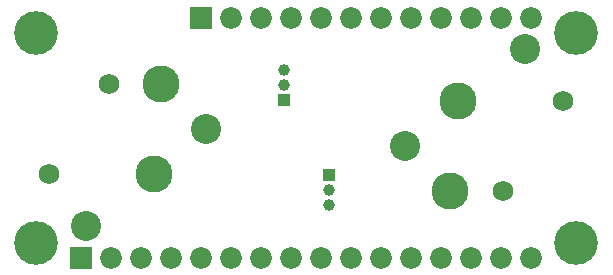
<source format=gbr>
G04 #@! TF.FileFunction,Soldermask,Top*
%FSLAX46Y46*%
G04 Gerber Fmt 4.6, Leading zero omitted, Abs format (unit mm)*
G04 Created by KiCad (PCBNEW 4.0.7) date Wed Jun 13 11:36:42 2018*
%MOMM*%
%LPD*%
G01*
G04 APERTURE LIST*
%ADD10C,0.100000*%
%ADD11R,1.840000X1.840000*%
%ADD12O,1.840000X1.840000*%
%ADD13R,0.990000X0.990000*%
%ADD14C,0.990000*%
%ADD15C,3.696000*%
%ADD16C,1.740000*%
%ADD17C,3.140000*%
%ADD18C,2.540000*%
G04 APERTURE END LIST*
D10*
D11*
X6350000Y1270000D03*
D12*
X8890000Y1270000D03*
X11430000Y1270000D03*
X13970000Y1270000D03*
X16510000Y1270000D03*
X19050000Y1270000D03*
X21590000Y1270000D03*
X24130000Y1270000D03*
X26670000Y1270000D03*
X29210000Y1270000D03*
X31750000Y1270000D03*
X34290000Y1270000D03*
X36830000Y1270000D03*
X39370000Y1270000D03*
X41910000Y1270000D03*
X44450000Y1270000D03*
D11*
X16510000Y21590000D03*
D12*
X19050000Y21590000D03*
X21590000Y21590000D03*
X24130000Y21590000D03*
X26670000Y21590000D03*
X29210000Y21590000D03*
X31750000Y21590000D03*
X34290000Y21590000D03*
X36830000Y21590000D03*
X39370000Y21590000D03*
X41910000Y21590000D03*
X44450000Y21590000D03*
D13*
X23495000Y14625000D03*
D14*
X23495000Y15875000D03*
X23495000Y17125000D03*
D13*
X27305000Y8235000D03*
D14*
X27305000Y6985000D03*
X27305000Y5735000D03*
D15*
X2540000Y20320000D03*
X48260000Y20320000D03*
X2540000Y2540000D03*
X48260000Y2540000D03*
D16*
X47090000Y14490000D03*
X42010000Y6870000D03*
D17*
X38200000Y14490000D03*
X37565000Y6870000D03*
D18*
X33755000Y10680000D03*
X43900000Y18930000D03*
D16*
X3585000Y8370000D03*
X8665000Y15990000D03*
D17*
X12475000Y8370000D03*
X13110000Y15990000D03*
D18*
X16920000Y12180000D03*
X6775000Y3930000D03*
M02*

</source>
